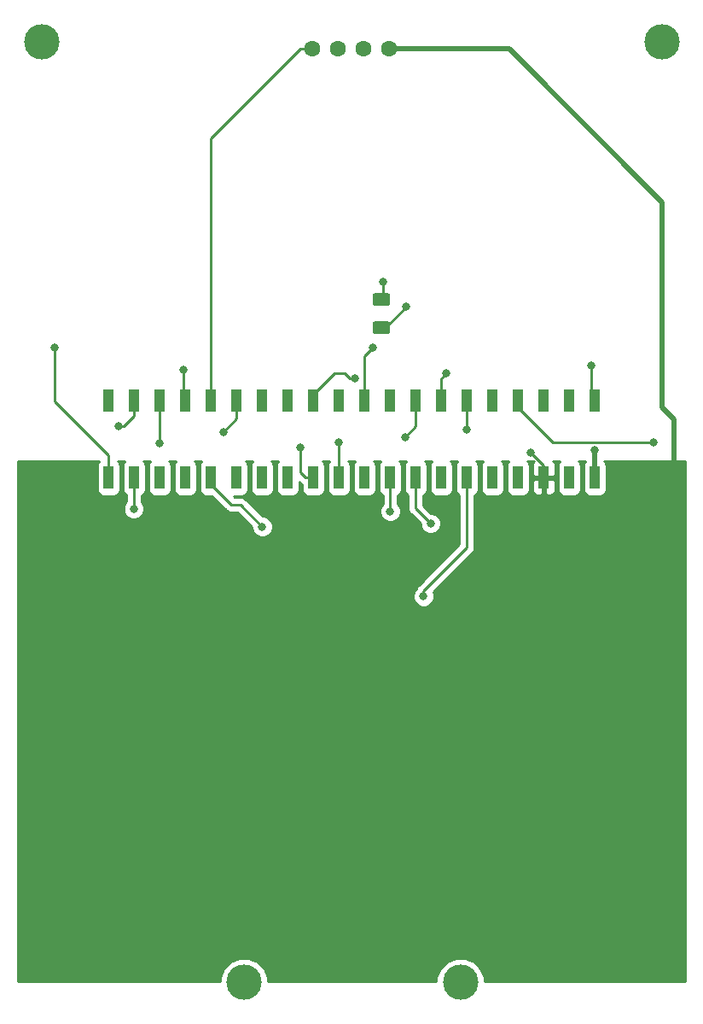
<source format=gbr>
G04 #@! TF.GenerationSoftware,KiCad,Pcbnew,5.0.2+dfsg1-1~bpo9+1*
G04 #@! TF.CreationDate,2019-01-24T11:26:08+00:00*
G04 #@! TF.ProjectId,zeroboy_new_front,7a65726f-626f-4795-9f6e-65775f66726f,rev?*
G04 #@! TF.SameCoordinates,Original*
G04 #@! TF.FileFunction,Copper,L2,Bot*
G04 #@! TF.FilePolarity,Positive*
%FSLAX46Y46*%
G04 Gerber Fmt 4.6, Leading zero omitted, Abs format (unit mm)*
G04 Created by KiCad (PCBNEW 5.0.2+dfsg1-1~bpo9+1) date Thu 24 Jan 2019 11:26:08 GMT*
%MOMM*%
%LPD*%
G01*
G04 APERTURE LIST*
G04 #@! TA.AperFunction,SMDPad,CuDef*
%ADD10R,1.000000X2.300000*%
G04 #@! TD*
G04 #@! TA.AperFunction,ComponentPad*
%ADD11C,3.500000*%
G04 #@! TD*
G04 #@! TA.AperFunction,Conductor*
%ADD12C,0.100000*%
G04 #@! TD*
G04 #@! TA.AperFunction,SMDPad,CuDef*
%ADD13C,1.250000*%
G04 #@! TD*
G04 #@! TA.AperFunction,ComponentPad*
%ADD14C,1.600000*%
G04 #@! TD*
G04 #@! TA.AperFunction,ViaPad*
%ADD15C,0.800000*%
G04 #@! TD*
G04 #@! TA.AperFunction,Conductor*
%ADD16C,0.250000*%
G04 #@! TD*
G04 #@! TA.AperFunction,Conductor*
%ADD17C,0.500000*%
G04 #@! TD*
G04 #@! TA.AperFunction,Conductor*
%ADD18C,0.254000*%
G04 #@! TD*
G04 APERTURE END LIST*
D10*
G04 #@! TO.P,J1,1*
G04 #@! TO.N,Net-(J1-Pad1)*
X170986500Y-82009000D03*
G04 #@! TO.P,J1,2*
G04 #@! TO.N,Net-(J1-Pad2)*
X170986500Y-89629000D03*
G04 #@! TO.P,J1,3*
G04 #@! TO.N,Net-(J1-Pad3)*
X168446500Y-82009000D03*
G04 #@! TO.P,J1,4*
G04 #@! TO.N,Net-(J1-Pad4)*
X168446500Y-89629000D03*
G04 #@! TO.P,J1,5*
G04 #@! TO.N,Net-(J1-Pad5)*
X165906500Y-82009000D03*
G04 #@! TO.P,J1,6*
G04 #@! TO.N,Net-(J1-Pad6)*
X165906500Y-89629000D03*
G04 #@! TO.P,J1,7*
G04 #@! TO.N,Net-(J1-Pad7)*
X163366500Y-82009000D03*
G04 #@! TO.P,J1,8*
G04 #@! TO.N,Net-(J1-Pad8)*
X163366500Y-89629000D03*
G04 #@! TO.P,J1,9*
G04 #@! TO.N,Net-(J1-Pad9)*
X160826500Y-82009000D03*
G04 #@! TO.P,J1,10*
G04 #@! TO.N,Net-(J1-Pad10)*
X160826500Y-89629000D03*
G04 #@! TO.P,J1,11*
G04 #@! TO.N,Net-(J1-Pad11)*
X158286500Y-82009000D03*
G04 #@! TO.P,J1,12*
G04 #@! TO.N,Net-(J1-Pad12)*
X158286500Y-89629000D03*
G04 #@! TO.P,J1,13*
G04 #@! TO.N,Net-(J1-Pad13)*
X155746500Y-82009000D03*
G04 #@! TO.P,J1,14*
G04 #@! TO.N,Net-(J1-Pad14)*
X155746500Y-89629000D03*
G04 #@! TO.P,J1,15*
G04 #@! TO.N,Net-(J1-Pad15)*
X153206500Y-82009000D03*
G04 #@! TO.P,J1,16*
G04 #@! TO.N,Net-(J1-Pad16)*
X153206500Y-89629000D03*
G04 #@! TO.P,J1,17*
G04 #@! TO.N,Net-(J1-Pad17)*
X150666500Y-82009000D03*
G04 #@! TO.P,J1,18*
G04 #@! TO.N,Net-(J1-Pad18)*
X150666500Y-89629000D03*
G04 #@! TO.P,J1,19*
G04 #@! TO.N,Net-(J1-Pad19)*
X148126500Y-82009000D03*
G04 #@! TO.P,J1,20*
G04 #@! TO.N,Net-(J1-Pad20)*
X148126500Y-89629000D03*
G04 #@! TO.P,J1,21*
G04 #@! TO.N,Net-(J1-Pad21)*
X145586500Y-82009000D03*
G04 #@! TO.P,J1,22*
G04 #@! TO.N,Net-(J1-Pad22)*
X145586500Y-89629000D03*
G04 #@! TO.P,J1,23*
G04 #@! TO.N,Net-(J1-Pad23)*
X143046500Y-82009000D03*
G04 #@! TO.P,J1,24*
G04 #@! TO.N,Net-(J1-Pad24)*
X143046500Y-89629000D03*
G04 #@! TO.P,J1,25*
G04 #@! TO.N,Net-(J1-Pad25)*
X140506500Y-82009000D03*
G04 #@! TO.P,J1,26*
G04 #@! TO.N,Net-(J1-Pad26)*
X140506500Y-89629000D03*
G04 #@! TO.P,J1,27*
G04 #@! TO.N,Net-(J1-Pad27)*
X137966500Y-82009000D03*
G04 #@! TO.P,J1,28*
G04 #@! TO.N,Net-(J1-Pad28)*
X137966500Y-89629000D03*
G04 #@! TO.P,J1,29*
G04 #@! TO.N,Net-(J1-Pad29)*
X135426500Y-82009000D03*
G04 #@! TO.P,J1,30*
G04 #@! TO.N,Net-(J1-Pad30)*
X135426500Y-89629000D03*
G04 #@! TO.P,J1,31*
G04 #@! TO.N,Net-(J1-Pad31)*
X132886500Y-82009000D03*
G04 #@! TO.P,J1,32*
G04 #@! TO.N,Net-(J1-Pad32)*
X132886500Y-89629000D03*
G04 #@! TO.P,J1,33*
G04 #@! TO.N,Net-(J1-Pad33)*
X130346500Y-82009000D03*
G04 #@! TO.P,J1,34*
G04 #@! TO.N,Net-(J1-Pad34)*
X130346500Y-89629000D03*
G04 #@! TO.P,J1,35*
G04 #@! TO.N,Net-(J1-Pad35)*
X127806500Y-82009000D03*
G04 #@! TO.P,J1,36*
G04 #@! TO.N,Net-(J1-Pad36)*
X127806500Y-89629000D03*
G04 #@! TO.P,J1,37*
G04 #@! TO.N,Net-(J1-Pad37)*
X125266500Y-82009000D03*
G04 #@! TO.P,J1,38*
G04 #@! TO.N,Net-(J1-Pad38)*
X125266500Y-89629000D03*
G04 #@! TO.P,J1,39*
G04 #@! TO.N,Net-(J1-Pad39)*
X122726500Y-82009000D03*
G04 #@! TO.P,J1,40*
G04 #@! TO.N,Net-(J1-Pad40)*
X122726500Y-89629000D03*
G04 #@! TD*
D11*
G04 #@! TO.P,U6,1*
G04 #@! TO.N,Net-(U6-Pad1)*
X157632400Y-139623800D03*
G04 #@! TD*
D12*
G04 #@! TO.N,Net-(R1-Pad1)*
G04 #@! TO.C,R1*
G36*
X150456004Y-71345204D02*
X150480273Y-71348804D01*
X150504071Y-71354765D01*
X150527171Y-71363030D01*
X150549349Y-71373520D01*
X150570393Y-71386133D01*
X150590098Y-71400747D01*
X150608277Y-71417223D01*
X150624753Y-71435402D01*
X150639367Y-71455107D01*
X150651980Y-71476151D01*
X150662470Y-71498329D01*
X150670735Y-71521429D01*
X150676696Y-71545227D01*
X150680296Y-71569496D01*
X150681500Y-71594000D01*
X150681500Y-72344000D01*
X150680296Y-72368504D01*
X150676696Y-72392773D01*
X150670735Y-72416571D01*
X150662470Y-72439671D01*
X150651980Y-72461849D01*
X150639367Y-72482893D01*
X150624753Y-72502598D01*
X150608277Y-72520777D01*
X150590098Y-72537253D01*
X150570393Y-72551867D01*
X150549349Y-72564480D01*
X150527171Y-72574970D01*
X150504071Y-72583235D01*
X150480273Y-72589196D01*
X150456004Y-72592796D01*
X150431500Y-72594000D01*
X149181500Y-72594000D01*
X149156996Y-72592796D01*
X149132727Y-72589196D01*
X149108929Y-72583235D01*
X149085829Y-72574970D01*
X149063651Y-72564480D01*
X149042607Y-72551867D01*
X149022902Y-72537253D01*
X149004723Y-72520777D01*
X148988247Y-72502598D01*
X148973633Y-72482893D01*
X148961020Y-72461849D01*
X148950530Y-72439671D01*
X148942265Y-72416571D01*
X148936304Y-72392773D01*
X148932704Y-72368504D01*
X148931500Y-72344000D01*
X148931500Y-71594000D01*
X148932704Y-71569496D01*
X148936304Y-71545227D01*
X148942265Y-71521429D01*
X148950530Y-71498329D01*
X148961020Y-71476151D01*
X148973633Y-71455107D01*
X148988247Y-71435402D01*
X149004723Y-71417223D01*
X149022902Y-71400747D01*
X149042607Y-71386133D01*
X149063651Y-71373520D01*
X149085829Y-71363030D01*
X149108929Y-71354765D01*
X149132727Y-71348804D01*
X149156996Y-71345204D01*
X149181500Y-71344000D01*
X150431500Y-71344000D01*
X150456004Y-71345204D01*
X150456004Y-71345204D01*
G37*
D13*
G04 #@! TD*
G04 #@! TO.P,R1,1*
G04 #@! TO.N,Net-(R1-Pad1)*
X149806500Y-71969000D03*
D12*
G04 #@! TO.N,Net-(J1-Pad6)*
G04 #@! TO.C,R1*
G36*
X150456004Y-74145204D02*
X150480273Y-74148804D01*
X150504071Y-74154765D01*
X150527171Y-74163030D01*
X150549349Y-74173520D01*
X150570393Y-74186133D01*
X150590098Y-74200747D01*
X150608277Y-74217223D01*
X150624753Y-74235402D01*
X150639367Y-74255107D01*
X150651980Y-74276151D01*
X150662470Y-74298329D01*
X150670735Y-74321429D01*
X150676696Y-74345227D01*
X150680296Y-74369496D01*
X150681500Y-74394000D01*
X150681500Y-75144000D01*
X150680296Y-75168504D01*
X150676696Y-75192773D01*
X150670735Y-75216571D01*
X150662470Y-75239671D01*
X150651980Y-75261849D01*
X150639367Y-75282893D01*
X150624753Y-75302598D01*
X150608277Y-75320777D01*
X150590098Y-75337253D01*
X150570393Y-75351867D01*
X150549349Y-75364480D01*
X150527171Y-75374970D01*
X150504071Y-75383235D01*
X150480273Y-75389196D01*
X150456004Y-75392796D01*
X150431500Y-75394000D01*
X149181500Y-75394000D01*
X149156996Y-75392796D01*
X149132727Y-75389196D01*
X149108929Y-75383235D01*
X149085829Y-75374970D01*
X149063651Y-75364480D01*
X149042607Y-75351867D01*
X149022902Y-75337253D01*
X149004723Y-75320777D01*
X148988247Y-75302598D01*
X148973633Y-75282893D01*
X148961020Y-75261849D01*
X148950530Y-75239671D01*
X148942265Y-75216571D01*
X148936304Y-75192773D01*
X148932704Y-75168504D01*
X148931500Y-75144000D01*
X148931500Y-74394000D01*
X148932704Y-74369496D01*
X148936304Y-74345227D01*
X148942265Y-74321429D01*
X148950530Y-74298329D01*
X148961020Y-74276151D01*
X148973633Y-74255107D01*
X148988247Y-74235402D01*
X149004723Y-74217223D01*
X149022902Y-74200747D01*
X149042607Y-74186133D01*
X149063651Y-74173520D01*
X149085829Y-74163030D01*
X149108929Y-74154765D01*
X149132727Y-74148804D01*
X149156996Y-74145204D01*
X149181500Y-74144000D01*
X150431500Y-74144000D01*
X150456004Y-74145204D01*
X150456004Y-74145204D01*
G37*
D13*
G04 #@! TD*
G04 #@! TO.P,R1,2*
G04 #@! TO.N,Net-(J1-Pad6)*
X149806500Y-74769000D03*
D14*
G04 #@! TO.P,U2,1*
G04 #@! TO.N,Net-(J1-Pad31)*
X142900400Y-47142400D03*
G04 #@! TO.P,U2,2*
G04 #@! TO.N,Net-(J1-Pad40)*
X145440400Y-47142400D03*
G04 #@! TO.P,U2,3*
G04 #@! TO.N,Net-(J1-Pad2)*
X147980400Y-47142400D03*
G04 #@! TO.P,U2,4*
G04 #@! TO.N,Net-(J1-Pad6)*
X150520400Y-47142400D03*
G04 #@! TD*
D11*
G04 #@! TO.P,U3,1*
G04 #@! TO.N,Net-(U3-Pad1)*
X177673000Y-46418500D03*
G04 #@! TD*
G04 #@! TO.P,U5,1*
G04 #@! TO.N,Net-(U5-Pad1)*
X116078000Y-46418500D03*
G04 #@! TD*
G04 #@! TO.P,U4,1*
G04 #@! TO.N,Net-(U4-Pad1)*
X136144000Y-139623800D03*
G04 #@! TD*
D15*
G04 #@! TO.N,Net-(J1-Pad1)*
X170624500Y-78486000D03*
G04 #@! TO.N,Net-(J1-Pad2)*
X170942000Y-86868000D03*
G04 #@! TO.N,Net-(J1-Pad7)*
X176784000Y-86106000D03*
G04 #@! TO.N,Net-(J1-Pad11)*
X158305500Y-84899500D03*
G04 #@! TO.N,Net-(J1-Pad12)*
X153987500Y-101409500D03*
G04 #@! TO.N,Net-(J1-Pad13)*
X156273500Y-79311500D03*
G04 #@! TO.N,Net-(J1-Pad15)*
X152146000Y-85598000D03*
G04 #@! TO.N,Net-(J1-Pad16)*
X154686000Y-94170500D03*
G04 #@! TO.N,Net-(J1-Pad18)*
X150685500Y-92964000D03*
G04 #@! TO.N,Net-(J1-Pad19)*
X148971000Y-76708000D03*
G04 #@! TO.N,Net-(J1-Pad22)*
X145605500Y-86169500D03*
G04 #@! TO.N,Net-(J1-Pad23)*
X147193000Y-79756000D03*
G04 #@! TO.N,Net-(J1-Pad24)*
X141732000Y-86614000D03*
G04 #@! TO.N,Net-(J1-Pad29)*
X134112000Y-85090000D03*
G04 #@! TO.N,Net-(J1-Pad32)*
X137985500Y-94488000D03*
G04 #@! TO.N,Net-(J1-Pad33)*
X130175000Y-78930500D03*
G04 #@! TO.N,Net-(J1-Pad35)*
X127825500Y-86233000D03*
G04 #@! TO.N,Net-(J1-Pad37)*
X123698000Y-84518500D03*
G04 #@! TO.N,Net-(J1-Pad38)*
X125222000Y-92710000D03*
G04 #@! TO.N,Net-(J1-Pad40)*
X117348000Y-76708000D03*
G04 #@! TO.N,Net-(R1-Pad1)*
X150006500Y-70219000D03*
G04 #@! TO.N,Net-(J1-Pad6)*
X152273000Y-72707500D03*
X164592000Y-87122000D03*
X160274000Y-127508000D03*
X136652000Y-125730000D03*
X149860000Y-125222000D03*
X124968000Y-112014000D03*
X128270000Y-107950000D03*
X119126000Y-107696000D03*
X124206000Y-98298000D03*
X133604000Y-128016000D03*
X162814000Y-112522000D03*
X167894000Y-107696000D03*
X155448000Y-105410000D03*
X162560000Y-98552000D03*
G04 #@! TD*
D16*
G04 #@! TO.N,Net-(J1-Pad1)*
X170624500Y-81647000D02*
X170986500Y-82009000D01*
X170624500Y-78486000D02*
X170624500Y-81647000D01*
D17*
G04 #@! TO.N,Net-(J1-Pad2)*
X170942000Y-89584500D02*
X170986500Y-89629000D01*
X170942000Y-86868000D02*
X170942000Y-89584500D01*
D16*
G04 #@! TO.N,Net-(J1-Pad7)*
X163366500Y-82659000D02*
X163366500Y-82009000D01*
X166813500Y-86106000D02*
X163366500Y-82659000D01*
X176784000Y-86106000D02*
X166813500Y-86106000D01*
G04 #@! TO.N,Net-(J1-Pad11)*
X158305500Y-82028000D02*
X158286500Y-82009000D01*
X158305500Y-84899500D02*
X158305500Y-82028000D01*
G04 #@! TO.N,Net-(J1-Pad12)*
X158286500Y-91029000D02*
X158286500Y-89629000D01*
X158286500Y-96544815D02*
X158286500Y-91029000D01*
X153987500Y-100843815D02*
X158286500Y-96544815D01*
X153987500Y-101409500D02*
X153987500Y-100843815D01*
G04 #@! TO.N,Net-(J1-Pad13)*
X155746500Y-79838500D02*
X155746500Y-82009000D01*
X156273500Y-79311500D02*
X155746500Y-79838500D01*
G04 #@! TO.N,Net-(J1-Pad15)*
X153206500Y-84537500D02*
X153206500Y-82009000D01*
X152146000Y-85598000D02*
X153206500Y-84537500D01*
G04 #@! TO.N,Net-(J1-Pad16)*
X153206500Y-92691000D02*
X153206500Y-89629000D01*
X154686000Y-94170500D02*
X153206500Y-92691000D01*
G04 #@! TO.N,Net-(J1-Pad18)*
X150685500Y-92964000D02*
X150685500Y-90805000D01*
X150666500Y-90786000D02*
X150666500Y-89629000D01*
X150685500Y-90805000D02*
X150666500Y-90786000D01*
G04 #@! TO.N,Net-(J1-Pad19)*
X148126500Y-77552500D02*
X148126500Y-82009000D01*
X148971000Y-76708000D02*
X148126500Y-77552500D01*
G04 #@! TO.N,Net-(J1-Pad22)*
X145605500Y-89610000D02*
X145586500Y-89629000D01*
X145605500Y-86169500D02*
X145605500Y-89610000D01*
G04 #@! TO.N,Net-(J1-Pad23)*
X146627315Y-79756000D02*
X146119315Y-79248000D01*
X147193000Y-79756000D02*
X146627315Y-79756000D01*
X143046500Y-81359000D02*
X143046500Y-82009000D01*
X145157500Y-79248000D02*
X143046500Y-81359000D01*
X146119315Y-79248000D02*
X145157500Y-79248000D01*
G04 #@! TO.N,Net-(J1-Pad24)*
X141732000Y-89064500D02*
X142296500Y-89629000D01*
X142296500Y-89629000D02*
X143046500Y-89629000D01*
X141732000Y-86614000D02*
X141732000Y-89064500D01*
G04 #@! TO.N,Net-(J1-Pad29)*
X135426500Y-83775500D02*
X135426500Y-82009000D01*
X134112000Y-85090000D02*
X135426500Y-83775500D01*
G04 #@! TO.N,Net-(J1-Pad31)*
X132886500Y-80609000D02*
X132886500Y-82009000D01*
X141769030Y-47142400D02*
X132886500Y-56024930D01*
X132886500Y-56024930D02*
X132886500Y-80609000D01*
X142900400Y-47142400D02*
X141769030Y-47142400D01*
G04 #@! TO.N,Net-(J1-Pad32)*
X137985500Y-94488000D02*
X135826500Y-92329000D01*
X132886500Y-90279000D02*
X132886500Y-89629000D01*
X134936500Y-92329000D02*
X132886500Y-90279000D01*
X135826500Y-92329000D02*
X134936500Y-92329000D01*
G04 #@! TO.N,Net-(J1-Pad33)*
X130175000Y-78930500D02*
X130175000Y-82105500D01*
G04 #@! TO.N,Net-(J1-Pad35)*
X127825500Y-82028000D02*
X127806500Y-82009000D01*
X127825500Y-86233000D02*
X127825500Y-82028000D01*
G04 #@! TO.N,Net-(J1-Pad37)*
X125266500Y-83409000D02*
X125266500Y-82009000D01*
X125266500Y-83515685D02*
X125266500Y-83409000D01*
X124263685Y-84518500D02*
X125266500Y-83515685D01*
X123698000Y-84518500D02*
X124263685Y-84518500D01*
G04 #@! TO.N,Net-(J1-Pad38)*
X125222000Y-89673500D02*
X125266500Y-89629000D01*
X125222000Y-92710000D02*
X125222000Y-89673500D01*
G04 #@! TO.N,Net-(J1-Pad40)*
X117348000Y-76708000D02*
X117348000Y-82042000D01*
X122726500Y-87420500D02*
X122726500Y-89629000D01*
X117348000Y-82042000D02*
X122726500Y-87420500D01*
G04 #@! TO.N,Net-(R1-Pad1)*
X150006500Y-71769000D02*
X149806500Y-71969000D01*
X150006500Y-70219000D02*
X150006500Y-71769000D01*
G04 #@! TO.N,Net-(J1-Pad6)*
X150211500Y-74769000D02*
X149806500Y-74769000D01*
X152273000Y-72707500D02*
X150211500Y-74769000D01*
X165906500Y-88436500D02*
X165906500Y-89629000D01*
X164592000Y-87122000D02*
X165906500Y-88436500D01*
D17*
X150520400Y-47142400D02*
X162458400Y-47142400D01*
X177634001Y-62318001D02*
X177634001Y-82638001D01*
X162458400Y-47142400D02*
X177634001Y-62318001D01*
X177634001Y-82638001D02*
X178816000Y-83820000D01*
X178816000Y-83820000D02*
X178816000Y-88646000D01*
G04 #@! TD*
D18*
G04 #@! TO.N,Net-(J1-Pad6)*
G36*
X121768691Y-88021191D02*
X121628343Y-88231235D01*
X121579060Y-88479000D01*
X121579060Y-90779000D01*
X121628343Y-91026765D01*
X121768691Y-91236809D01*
X121978735Y-91377157D01*
X122226500Y-91426440D01*
X123226500Y-91426440D01*
X123474265Y-91377157D01*
X123684309Y-91236809D01*
X123824657Y-91026765D01*
X123873940Y-90779000D01*
X123873940Y-88479000D01*
X123824657Y-88231235D01*
X123684309Y-88021191D01*
X123669057Y-88011000D01*
X124323943Y-88011000D01*
X124308691Y-88021191D01*
X124168343Y-88231235D01*
X124119060Y-88479000D01*
X124119060Y-90779000D01*
X124168343Y-91026765D01*
X124308691Y-91236809D01*
X124462000Y-91339248D01*
X124462000Y-92006289D01*
X124344569Y-92123720D01*
X124187000Y-92504126D01*
X124187000Y-92915874D01*
X124344569Y-93296280D01*
X124635720Y-93587431D01*
X125016126Y-93745000D01*
X125427874Y-93745000D01*
X125808280Y-93587431D01*
X126099431Y-93296280D01*
X126257000Y-92915874D01*
X126257000Y-92504126D01*
X126099431Y-92123720D01*
X125982000Y-92006289D01*
X125982000Y-91383575D01*
X126014265Y-91377157D01*
X126224309Y-91236809D01*
X126364657Y-91026765D01*
X126413940Y-90779000D01*
X126413940Y-88479000D01*
X126364657Y-88231235D01*
X126224309Y-88021191D01*
X126209057Y-88011000D01*
X126863943Y-88011000D01*
X126848691Y-88021191D01*
X126708343Y-88231235D01*
X126659060Y-88479000D01*
X126659060Y-90779000D01*
X126708343Y-91026765D01*
X126848691Y-91236809D01*
X127058735Y-91377157D01*
X127306500Y-91426440D01*
X128306500Y-91426440D01*
X128554265Y-91377157D01*
X128764309Y-91236809D01*
X128904657Y-91026765D01*
X128953940Y-90779000D01*
X128953940Y-88479000D01*
X128904657Y-88231235D01*
X128764309Y-88021191D01*
X128749057Y-88011000D01*
X129403943Y-88011000D01*
X129388691Y-88021191D01*
X129248343Y-88231235D01*
X129199060Y-88479000D01*
X129199060Y-90779000D01*
X129248343Y-91026765D01*
X129388691Y-91236809D01*
X129598735Y-91377157D01*
X129846500Y-91426440D01*
X130846500Y-91426440D01*
X131094265Y-91377157D01*
X131304309Y-91236809D01*
X131444657Y-91026765D01*
X131493940Y-90779000D01*
X131493940Y-88479000D01*
X131444657Y-88231235D01*
X131304309Y-88021191D01*
X131289057Y-88011000D01*
X131943943Y-88011000D01*
X131928691Y-88021191D01*
X131788343Y-88231235D01*
X131739060Y-88479000D01*
X131739060Y-90779000D01*
X131788343Y-91026765D01*
X131928691Y-91236809D01*
X132138735Y-91377157D01*
X132386500Y-91426440D01*
X132959139Y-91426440D01*
X134346170Y-92813472D01*
X134388571Y-92876929D01*
X134452027Y-92919329D01*
X134639962Y-93044904D01*
X134688105Y-93054480D01*
X134861648Y-93089000D01*
X134861652Y-93089000D01*
X134936500Y-93103888D01*
X135011348Y-93089000D01*
X135511699Y-93089000D01*
X136950500Y-94527802D01*
X136950500Y-94693874D01*
X137108069Y-95074280D01*
X137399220Y-95365431D01*
X137779626Y-95523000D01*
X138191374Y-95523000D01*
X138571780Y-95365431D01*
X138862931Y-95074280D01*
X139020500Y-94693874D01*
X139020500Y-94282126D01*
X138862931Y-93901720D01*
X138571780Y-93610569D01*
X138191374Y-93453000D01*
X138025302Y-93453000D01*
X136416831Y-91844530D01*
X136374429Y-91781071D01*
X136123037Y-91613096D01*
X135901352Y-91569000D01*
X135901347Y-91569000D01*
X135826500Y-91554112D01*
X135751653Y-91569000D01*
X135251302Y-91569000D01*
X135108742Y-91426440D01*
X135926500Y-91426440D01*
X136174265Y-91377157D01*
X136384309Y-91236809D01*
X136524657Y-91026765D01*
X136573940Y-90779000D01*
X136573940Y-88479000D01*
X136524657Y-88231235D01*
X136384309Y-88021191D01*
X136369057Y-88011000D01*
X137023943Y-88011000D01*
X137008691Y-88021191D01*
X136868343Y-88231235D01*
X136819060Y-88479000D01*
X136819060Y-90779000D01*
X136868343Y-91026765D01*
X137008691Y-91236809D01*
X137218735Y-91377157D01*
X137466500Y-91426440D01*
X138466500Y-91426440D01*
X138714265Y-91377157D01*
X138924309Y-91236809D01*
X139064657Y-91026765D01*
X139113940Y-90779000D01*
X139113940Y-88479000D01*
X139064657Y-88231235D01*
X138924309Y-88021191D01*
X138909057Y-88011000D01*
X139563943Y-88011000D01*
X139548691Y-88021191D01*
X139408343Y-88231235D01*
X139359060Y-88479000D01*
X139359060Y-90779000D01*
X139408343Y-91026765D01*
X139548691Y-91236809D01*
X139758735Y-91377157D01*
X140006500Y-91426440D01*
X141006500Y-91426440D01*
X141254265Y-91377157D01*
X141464309Y-91236809D01*
X141604657Y-91026765D01*
X141653940Y-90779000D01*
X141653940Y-90061242D01*
X141706170Y-90113472D01*
X141748571Y-90176929D01*
X141899060Y-90277483D01*
X141899060Y-90779000D01*
X141948343Y-91026765D01*
X142088691Y-91236809D01*
X142298735Y-91377157D01*
X142546500Y-91426440D01*
X143546500Y-91426440D01*
X143794265Y-91377157D01*
X144004309Y-91236809D01*
X144144657Y-91026765D01*
X144193940Y-90779000D01*
X144193940Y-88479000D01*
X144144657Y-88231235D01*
X144004309Y-88021191D01*
X143989057Y-88011000D01*
X144643943Y-88011000D01*
X144628691Y-88021191D01*
X144488343Y-88231235D01*
X144439060Y-88479000D01*
X144439060Y-90779000D01*
X144488343Y-91026765D01*
X144628691Y-91236809D01*
X144838735Y-91377157D01*
X145086500Y-91426440D01*
X146086500Y-91426440D01*
X146334265Y-91377157D01*
X146544309Y-91236809D01*
X146684657Y-91026765D01*
X146733940Y-90779000D01*
X146733940Y-88479000D01*
X146684657Y-88231235D01*
X146544309Y-88021191D01*
X146529057Y-88011000D01*
X147183943Y-88011000D01*
X147168691Y-88021191D01*
X147028343Y-88231235D01*
X146979060Y-88479000D01*
X146979060Y-90779000D01*
X147028343Y-91026765D01*
X147168691Y-91236809D01*
X147378735Y-91377157D01*
X147626500Y-91426440D01*
X148626500Y-91426440D01*
X148874265Y-91377157D01*
X149084309Y-91236809D01*
X149224657Y-91026765D01*
X149273940Y-90779000D01*
X149273940Y-88479000D01*
X149224657Y-88231235D01*
X149084309Y-88021191D01*
X149069057Y-88011000D01*
X149723943Y-88011000D01*
X149708691Y-88021191D01*
X149568343Y-88231235D01*
X149519060Y-88479000D01*
X149519060Y-90779000D01*
X149568343Y-91026765D01*
X149708691Y-91236809D01*
X149918735Y-91377157D01*
X149925501Y-91378503D01*
X149925500Y-92260289D01*
X149808069Y-92377720D01*
X149650500Y-92758126D01*
X149650500Y-93169874D01*
X149808069Y-93550280D01*
X150099220Y-93841431D01*
X150479626Y-93999000D01*
X150891374Y-93999000D01*
X151271780Y-93841431D01*
X151562931Y-93550280D01*
X151720500Y-93169874D01*
X151720500Y-92758126D01*
X151562931Y-92377720D01*
X151445500Y-92260289D01*
X151445500Y-91356286D01*
X151624309Y-91236809D01*
X151764657Y-91026765D01*
X151813940Y-90779000D01*
X151813940Y-88479000D01*
X151764657Y-88231235D01*
X151624309Y-88021191D01*
X151609057Y-88011000D01*
X152263943Y-88011000D01*
X152248691Y-88021191D01*
X152108343Y-88231235D01*
X152059060Y-88479000D01*
X152059060Y-90779000D01*
X152108343Y-91026765D01*
X152248691Y-91236809D01*
X152446500Y-91368982D01*
X152446500Y-92616153D01*
X152431612Y-92691000D01*
X152446500Y-92765847D01*
X152446500Y-92765851D01*
X152490596Y-92987536D01*
X152658571Y-93238929D01*
X152722030Y-93281331D01*
X153651000Y-94210302D01*
X153651000Y-94376374D01*
X153808569Y-94756780D01*
X154099720Y-95047931D01*
X154480126Y-95205500D01*
X154891874Y-95205500D01*
X155272280Y-95047931D01*
X155563431Y-94756780D01*
X155721000Y-94376374D01*
X155721000Y-93964626D01*
X155563431Y-93584220D01*
X155272280Y-93293069D01*
X154891874Y-93135500D01*
X154725802Y-93135500D01*
X153966500Y-92376199D01*
X153966500Y-91368982D01*
X154164309Y-91236809D01*
X154304657Y-91026765D01*
X154353940Y-90779000D01*
X154353940Y-88479000D01*
X154304657Y-88231235D01*
X154164309Y-88021191D01*
X154149057Y-88011000D01*
X154803943Y-88011000D01*
X154788691Y-88021191D01*
X154648343Y-88231235D01*
X154599060Y-88479000D01*
X154599060Y-90779000D01*
X154648343Y-91026765D01*
X154788691Y-91236809D01*
X154998735Y-91377157D01*
X155246500Y-91426440D01*
X156246500Y-91426440D01*
X156494265Y-91377157D01*
X156704309Y-91236809D01*
X156844657Y-91026765D01*
X156893940Y-90779000D01*
X156893940Y-88479000D01*
X156844657Y-88231235D01*
X156704309Y-88021191D01*
X156689057Y-88011000D01*
X157343943Y-88011000D01*
X157328691Y-88021191D01*
X157188343Y-88231235D01*
X157139060Y-88479000D01*
X157139060Y-90779000D01*
X157188343Y-91026765D01*
X157328691Y-91236809D01*
X157526501Y-91368982D01*
X157526500Y-96230013D01*
X153503028Y-100253486D01*
X153439572Y-100295886D01*
X153271596Y-100547278D01*
X153243186Y-100690103D01*
X153110069Y-100823220D01*
X152952500Y-101203626D01*
X152952500Y-101615374D01*
X153110069Y-101995780D01*
X153401220Y-102286931D01*
X153781626Y-102444500D01*
X154193374Y-102444500D01*
X154573780Y-102286931D01*
X154864931Y-101995780D01*
X155022500Y-101615374D01*
X155022500Y-101203626D01*
X154928771Y-100977345D01*
X158770973Y-97135144D01*
X158834429Y-97092744D01*
X159002404Y-96841352D01*
X159046500Y-96619667D01*
X159046500Y-96619663D01*
X159061388Y-96544816D01*
X159046500Y-96469969D01*
X159046500Y-91368982D01*
X159244309Y-91236809D01*
X159384657Y-91026765D01*
X159433940Y-90779000D01*
X159433940Y-88479000D01*
X159384657Y-88231235D01*
X159244309Y-88021191D01*
X159229057Y-88011000D01*
X159883943Y-88011000D01*
X159868691Y-88021191D01*
X159728343Y-88231235D01*
X159679060Y-88479000D01*
X159679060Y-90779000D01*
X159728343Y-91026765D01*
X159868691Y-91236809D01*
X160078735Y-91377157D01*
X160326500Y-91426440D01*
X161326500Y-91426440D01*
X161574265Y-91377157D01*
X161784309Y-91236809D01*
X161924657Y-91026765D01*
X161973940Y-90779000D01*
X161973940Y-88479000D01*
X161924657Y-88231235D01*
X161784309Y-88021191D01*
X161769057Y-88011000D01*
X162423943Y-88011000D01*
X162408691Y-88021191D01*
X162268343Y-88231235D01*
X162219060Y-88479000D01*
X162219060Y-90779000D01*
X162268343Y-91026765D01*
X162408691Y-91236809D01*
X162618735Y-91377157D01*
X162866500Y-91426440D01*
X163866500Y-91426440D01*
X164114265Y-91377157D01*
X164324309Y-91236809D01*
X164464657Y-91026765D01*
X164513940Y-90779000D01*
X164513940Y-89914750D01*
X164771500Y-89914750D01*
X164771500Y-90905310D01*
X164868173Y-91138699D01*
X165046802Y-91317327D01*
X165280191Y-91414000D01*
X165620750Y-91414000D01*
X165779500Y-91255250D01*
X165779500Y-89756000D01*
X166033500Y-89756000D01*
X166033500Y-91255250D01*
X166192250Y-91414000D01*
X166532809Y-91414000D01*
X166766198Y-91317327D01*
X166944827Y-91138699D01*
X167041500Y-90905310D01*
X167041500Y-89914750D01*
X166882750Y-89756000D01*
X166033500Y-89756000D01*
X165779500Y-89756000D01*
X164930250Y-89756000D01*
X164771500Y-89914750D01*
X164513940Y-89914750D01*
X164513940Y-88479000D01*
X164464657Y-88231235D01*
X164324309Y-88021191D01*
X164309057Y-88011000D01*
X164976475Y-88011000D01*
X164868173Y-88119301D01*
X164771500Y-88352690D01*
X164771500Y-89343250D01*
X164930250Y-89502000D01*
X165779500Y-89502000D01*
X165779500Y-89482000D01*
X166033500Y-89482000D01*
X166033500Y-89502000D01*
X166882750Y-89502000D01*
X167041500Y-89343250D01*
X167041500Y-88352690D01*
X166944827Y-88119301D01*
X166836525Y-88011000D01*
X167503943Y-88011000D01*
X167488691Y-88021191D01*
X167348343Y-88231235D01*
X167299060Y-88479000D01*
X167299060Y-90779000D01*
X167348343Y-91026765D01*
X167488691Y-91236809D01*
X167698735Y-91377157D01*
X167946500Y-91426440D01*
X168946500Y-91426440D01*
X169194265Y-91377157D01*
X169404309Y-91236809D01*
X169544657Y-91026765D01*
X169593940Y-90779000D01*
X169593940Y-88479000D01*
X169544657Y-88231235D01*
X169404309Y-88021191D01*
X169389057Y-88011000D01*
X170043942Y-88011000D01*
X170028691Y-88021191D01*
X169888343Y-88231235D01*
X169839060Y-88479000D01*
X169839060Y-90779000D01*
X169888343Y-91026765D01*
X170028691Y-91236809D01*
X170238735Y-91377157D01*
X170486500Y-91426440D01*
X171486500Y-91426440D01*
X171734265Y-91377157D01*
X171944309Y-91236809D01*
X172084657Y-91026765D01*
X172133940Y-90779000D01*
X172133940Y-88479000D01*
X172084657Y-88231235D01*
X171944309Y-88021191D01*
X171929057Y-88011000D01*
X179959000Y-88011000D01*
X179959000Y-139573000D01*
X160017400Y-139573000D01*
X160017400Y-139149394D01*
X159654305Y-138272806D01*
X158983394Y-137601895D01*
X158106806Y-137238800D01*
X157157994Y-137238800D01*
X156281406Y-137601895D01*
X155610495Y-138272806D01*
X155247400Y-139149394D01*
X155247400Y-139573000D01*
X138529000Y-139573000D01*
X138529000Y-139149394D01*
X138165905Y-138272806D01*
X137494994Y-137601895D01*
X136618406Y-137238800D01*
X135669594Y-137238800D01*
X134793006Y-137601895D01*
X134122095Y-138272806D01*
X133759000Y-139149394D01*
X133759000Y-139573000D01*
X113740000Y-139573000D01*
X113740000Y-88011000D01*
X121783943Y-88011000D01*
X121768691Y-88021191D01*
X121768691Y-88021191D01*
G37*
X121768691Y-88021191D02*
X121628343Y-88231235D01*
X121579060Y-88479000D01*
X121579060Y-90779000D01*
X121628343Y-91026765D01*
X121768691Y-91236809D01*
X121978735Y-91377157D01*
X122226500Y-91426440D01*
X123226500Y-91426440D01*
X123474265Y-91377157D01*
X123684309Y-91236809D01*
X123824657Y-91026765D01*
X123873940Y-90779000D01*
X123873940Y-88479000D01*
X123824657Y-88231235D01*
X123684309Y-88021191D01*
X123669057Y-88011000D01*
X124323943Y-88011000D01*
X124308691Y-88021191D01*
X124168343Y-88231235D01*
X124119060Y-88479000D01*
X124119060Y-90779000D01*
X124168343Y-91026765D01*
X124308691Y-91236809D01*
X124462000Y-91339248D01*
X124462000Y-92006289D01*
X124344569Y-92123720D01*
X124187000Y-92504126D01*
X124187000Y-92915874D01*
X124344569Y-93296280D01*
X124635720Y-93587431D01*
X125016126Y-93745000D01*
X125427874Y-93745000D01*
X125808280Y-93587431D01*
X126099431Y-93296280D01*
X126257000Y-92915874D01*
X126257000Y-92504126D01*
X126099431Y-92123720D01*
X125982000Y-92006289D01*
X125982000Y-91383575D01*
X126014265Y-91377157D01*
X126224309Y-91236809D01*
X126364657Y-91026765D01*
X126413940Y-90779000D01*
X126413940Y-88479000D01*
X126364657Y-88231235D01*
X126224309Y-88021191D01*
X126209057Y-88011000D01*
X126863943Y-88011000D01*
X126848691Y-88021191D01*
X126708343Y-88231235D01*
X126659060Y-88479000D01*
X126659060Y-90779000D01*
X126708343Y-91026765D01*
X126848691Y-91236809D01*
X127058735Y-91377157D01*
X127306500Y-91426440D01*
X128306500Y-91426440D01*
X128554265Y-91377157D01*
X128764309Y-91236809D01*
X128904657Y-91026765D01*
X128953940Y-90779000D01*
X128953940Y-88479000D01*
X128904657Y-88231235D01*
X128764309Y-88021191D01*
X128749057Y-88011000D01*
X129403943Y-88011000D01*
X129388691Y-88021191D01*
X129248343Y-88231235D01*
X129199060Y-88479000D01*
X129199060Y-90779000D01*
X129248343Y-91026765D01*
X129388691Y-91236809D01*
X129598735Y-91377157D01*
X129846500Y-91426440D01*
X130846500Y-91426440D01*
X131094265Y-91377157D01*
X131304309Y-91236809D01*
X131444657Y-91026765D01*
X131493940Y-90779000D01*
X131493940Y-88479000D01*
X131444657Y-88231235D01*
X131304309Y-88021191D01*
X131289057Y-88011000D01*
X131943943Y-88011000D01*
X131928691Y-88021191D01*
X131788343Y-88231235D01*
X131739060Y-88479000D01*
X131739060Y-90779000D01*
X131788343Y-91026765D01*
X131928691Y-91236809D01*
X132138735Y-91377157D01*
X132386500Y-91426440D01*
X132959139Y-91426440D01*
X134346170Y-92813472D01*
X134388571Y-92876929D01*
X134452027Y-92919329D01*
X134639962Y-93044904D01*
X134688105Y-93054480D01*
X134861648Y-93089000D01*
X134861652Y-93089000D01*
X134936500Y-93103888D01*
X135011348Y-93089000D01*
X135511699Y-93089000D01*
X136950500Y-94527802D01*
X136950500Y-94693874D01*
X137108069Y-95074280D01*
X137399220Y-95365431D01*
X137779626Y-95523000D01*
X138191374Y-95523000D01*
X138571780Y-95365431D01*
X138862931Y-95074280D01*
X139020500Y-94693874D01*
X139020500Y-94282126D01*
X138862931Y-93901720D01*
X138571780Y-93610569D01*
X138191374Y-93453000D01*
X138025302Y-93453000D01*
X136416831Y-91844530D01*
X136374429Y-91781071D01*
X136123037Y-91613096D01*
X135901352Y-91569000D01*
X135901347Y-91569000D01*
X135826500Y-91554112D01*
X135751653Y-91569000D01*
X135251302Y-91569000D01*
X135108742Y-91426440D01*
X135926500Y-91426440D01*
X136174265Y-91377157D01*
X136384309Y-91236809D01*
X136524657Y-91026765D01*
X136573940Y-90779000D01*
X136573940Y-88479000D01*
X136524657Y-88231235D01*
X136384309Y-88021191D01*
X136369057Y-88011000D01*
X137023943Y-88011000D01*
X137008691Y-88021191D01*
X136868343Y-88231235D01*
X136819060Y-88479000D01*
X136819060Y-90779000D01*
X136868343Y-91026765D01*
X137008691Y-91236809D01*
X137218735Y-91377157D01*
X137466500Y-91426440D01*
X138466500Y-91426440D01*
X138714265Y-91377157D01*
X138924309Y-91236809D01*
X139064657Y-91026765D01*
X139113940Y-90779000D01*
X139113940Y-88479000D01*
X139064657Y-88231235D01*
X138924309Y-88021191D01*
X138909057Y-88011000D01*
X139563943Y-88011000D01*
X139548691Y-88021191D01*
X139408343Y-88231235D01*
X139359060Y-88479000D01*
X139359060Y-90779000D01*
X139408343Y-91026765D01*
X139548691Y-91236809D01*
X139758735Y-91377157D01*
X140006500Y-91426440D01*
X141006500Y-91426440D01*
X141254265Y-91377157D01*
X141464309Y-91236809D01*
X141604657Y-91026765D01*
X141653940Y-90779000D01*
X141653940Y-90061242D01*
X141706170Y-90113472D01*
X141748571Y-90176929D01*
X141899060Y-90277483D01*
X141899060Y-90779000D01*
X141948343Y-91026765D01*
X142088691Y-91236809D01*
X142298735Y-91377157D01*
X142546500Y-91426440D01*
X143546500Y-91426440D01*
X143794265Y-91377157D01*
X144004309Y-91236809D01*
X144144657Y-91026765D01*
X144193940Y-90779000D01*
X144193940Y-88479000D01*
X144144657Y-88231235D01*
X144004309Y-88021191D01*
X143989057Y-88011000D01*
X144643943Y-88011000D01*
X144628691Y-88021191D01*
X144488343Y-88231235D01*
X144439060Y-88479000D01*
X144439060Y-90779000D01*
X144488343Y-91026765D01*
X144628691Y-91236809D01*
X144838735Y-91377157D01*
X145086500Y-91426440D01*
X146086500Y-91426440D01*
X146334265Y-91377157D01*
X146544309Y-91236809D01*
X146684657Y-91026765D01*
X146733940Y-90779000D01*
X146733940Y-88479000D01*
X146684657Y-88231235D01*
X146544309Y-88021191D01*
X146529057Y-88011000D01*
X147183943Y-88011000D01*
X147168691Y-88021191D01*
X147028343Y-88231235D01*
X146979060Y-88479000D01*
X146979060Y-90779000D01*
X147028343Y-91026765D01*
X147168691Y-91236809D01*
X147378735Y-91377157D01*
X147626500Y-91426440D01*
X148626500Y-91426440D01*
X148874265Y-91377157D01*
X149084309Y-91236809D01*
X149224657Y-91026765D01*
X149273940Y-90779000D01*
X149273940Y-88479000D01*
X149224657Y-88231235D01*
X149084309Y-88021191D01*
X149069057Y-88011000D01*
X149723943Y-88011000D01*
X149708691Y-88021191D01*
X149568343Y-88231235D01*
X149519060Y-88479000D01*
X149519060Y-90779000D01*
X149568343Y-91026765D01*
X149708691Y-91236809D01*
X149918735Y-91377157D01*
X149925501Y-91378503D01*
X149925500Y-92260289D01*
X149808069Y-92377720D01*
X149650500Y-92758126D01*
X149650500Y-93169874D01*
X149808069Y-93550280D01*
X150099220Y-93841431D01*
X150479626Y-93999000D01*
X150891374Y-93999000D01*
X151271780Y-93841431D01*
X151562931Y-93550280D01*
X151720500Y-93169874D01*
X151720500Y-92758126D01*
X151562931Y-92377720D01*
X151445500Y-92260289D01*
X151445500Y-91356286D01*
X151624309Y-91236809D01*
X151764657Y-91026765D01*
X151813940Y-90779000D01*
X151813940Y-88479000D01*
X151764657Y-88231235D01*
X151624309Y-88021191D01*
X151609057Y-88011000D01*
X152263943Y-88011000D01*
X152248691Y-88021191D01*
X152108343Y-88231235D01*
X152059060Y-88479000D01*
X152059060Y-90779000D01*
X152108343Y-91026765D01*
X152248691Y-91236809D01*
X152446500Y-91368982D01*
X152446500Y-92616153D01*
X152431612Y-92691000D01*
X152446500Y-92765847D01*
X152446500Y-92765851D01*
X152490596Y-92987536D01*
X152658571Y-93238929D01*
X152722030Y-93281331D01*
X153651000Y-94210302D01*
X153651000Y-94376374D01*
X153808569Y-94756780D01*
X154099720Y-95047931D01*
X154480126Y-95205500D01*
X154891874Y-95205500D01*
X155272280Y-95047931D01*
X155563431Y-94756780D01*
X155721000Y-94376374D01*
X155721000Y-93964626D01*
X155563431Y-93584220D01*
X155272280Y-93293069D01*
X154891874Y-93135500D01*
X154725802Y-93135500D01*
X153966500Y-92376199D01*
X153966500Y-91368982D01*
X154164309Y-91236809D01*
X154304657Y-91026765D01*
X154353940Y-90779000D01*
X154353940Y-88479000D01*
X154304657Y-88231235D01*
X154164309Y-88021191D01*
X154149057Y-88011000D01*
X154803943Y-88011000D01*
X154788691Y-88021191D01*
X154648343Y-88231235D01*
X154599060Y-88479000D01*
X154599060Y-90779000D01*
X154648343Y-91026765D01*
X154788691Y-91236809D01*
X154998735Y-91377157D01*
X155246500Y-91426440D01*
X156246500Y-91426440D01*
X156494265Y-91377157D01*
X156704309Y-91236809D01*
X156844657Y-91026765D01*
X156893940Y-90779000D01*
X156893940Y-88479000D01*
X156844657Y-88231235D01*
X156704309Y-88021191D01*
X156689057Y-88011000D01*
X157343943Y-88011000D01*
X157328691Y-88021191D01*
X157188343Y-88231235D01*
X157139060Y-88479000D01*
X157139060Y-90779000D01*
X157188343Y-91026765D01*
X157328691Y-91236809D01*
X157526501Y-91368982D01*
X157526500Y-96230013D01*
X153503028Y-100253486D01*
X153439572Y-100295886D01*
X153271596Y-100547278D01*
X153243186Y-100690103D01*
X153110069Y-100823220D01*
X152952500Y-101203626D01*
X152952500Y-101615374D01*
X153110069Y-101995780D01*
X153401220Y-102286931D01*
X153781626Y-102444500D01*
X154193374Y-102444500D01*
X154573780Y-102286931D01*
X154864931Y-101995780D01*
X155022500Y-101615374D01*
X155022500Y-101203626D01*
X154928771Y-100977345D01*
X158770973Y-97135144D01*
X158834429Y-97092744D01*
X159002404Y-96841352D01*
X159046500Y-96619667D01*
X159046500Y-96619663D01*
X159061388Y-96544816D01*
X159046500Y-96469969D01*
X159046500Y-91368982D01*
X159244309Y-91236809D01*
X159384657Y-91026765D01*
X159433940Y-90779000D01*
X159433940Y-88479000D01*
X159384657Y-88231235D01*
X159244309Y-88021191D01*
X159229057Y-88011000D01*
X159883943Y-88011000D01*
X159868691Y-88021191D01*
X159728343Y-88231235D01*
X159679060Y-88479000D01*
X159679060Y-90779000D01*
X159728343Y-91026765D01*
X159868691Y-91236809D01*
X160078735Y-91377157D01*
X160326500Y-91426440D01*
X161326500Y-91426440D01*
X161574265Y-91377157D01*
X161784309Y-91236809D01*
X161924657Y-91026765D01*
X161973940Y-90779000D01*
X161973940Y-88479000D01*
X161924657Y-88231235D01*
X161784309Y-88021191D01*
X161769057Y-88011000D01*
X162423943Y-88011000D01*
X162408691Y-88021191D01*
X162268343Y-88231235D01*
X162219060Y-88479000D01*
X162219060Y-90779000D01*
X162268343Y-91026765D01*
X162408691Y-91236809D01*
X162618735Y-91377157D01*
X162866500Y-91426440D01*
X163866500Y-91426440D01*
X164114265Y-91377157D01*
X164324309Y-91236809D01*
X164464657Y-91026765D01*
X164513940Y-90779000D01*
X164513940Y-89914750D01*
X164771500Y-89914750D01*
X164771500Y-90905310D01*
X164868173Y-91138699D01*
X165046802Y-91317327D01*
X165280191Y-91414000D01*
X165620750Y-91414000D01*
X165779500Y-91255250D01*
X165779500Y-89756000D01*
X166033500Y-89756000D01*
X166033500Y-91255250D01*
X166192250Y-91414000D01*
X166532809Y-91414000D01*
X166766198Y-91317327D01*
X166944827Y-91138699D01*
X167041500Y-90905310D01*
X167041500Y-89914750D01*
X166882750Y-89756000D01*
X166033500Y-89756000D01*
X165779500Y-89756000D01*
X164930250Y-89756000D01*
X164771500Y-89914750D01*
X164513940Y-89914750D01*
X164513940Y-88479000D01*
X164464657Y-88231235D01*
X164324309Y-88021191D01*
X164309057Y-88011000D01*
X164976475Y-88011000D01*
X164868173Y-88119301D01*
X164771500Y-88352690D01*
X164771500Y-89343250D01*
X164930250Y-89502000D01*
X165779500Y-89502000D01*
X165779500Y-89482000D01*
X166033500Y-89482000D01*
X166033500Y-89502000D01*
X166882750Y-89502000D01*
X167041500Y-89343250D01*
X167041500Y-88352690D01*
X166944827Y-88119301D01*
X166836525Y-88011000D01*
X167503943Y-88011000D01*
X167488691Y-88021191D01*
X167348343Y-88231235D01*
X167299060Y-88479000D01*
X167299060Y-90779000D01*
X167348343Y-91026765D01*
X167488691Y-91236809D01*
X167698735Y-91377157D01*
X167946500Y-91426440D01*
X168946500Y-91426440D01*
X169194265Y-91377157D01*
X169404309Y-91236809D01*
X169544657Y-91026765D01*
X169593940Y-90779000D01*
X169593940Y-88479000D01*
X169544657Y-88231235D01*
X169404309Y-88021191D01*
X169389057Y-88011000D01*
X170043942Y-88011000D01*
X170028691Y-88021191D01*
X169888343Y-88231235D01*
X169839060Y-88479000D01*
X169839060Y-90779000D01*
X169888343Y-91026765D01*
X170028691Y-91236809D01*
X170238735Y-91377157D01*
X170486500Y-91426440D01*
X171486500Y-91426440D01*
X171734265Y-91377157D01*
X171944309Y-91236809D01*
X172084657Y-91026765D01*
X172133940Y-90779000D01*
X172133940Y-88479000D01*
X172084657Y-88231235D01*
X171944309Y-88021191D01*
X171929057Y-88011000D01*
X179959000Y-88011000D01*
X179959000Y-139573000D01*
X160017400Y-139573000D01*
X160017400Y-139149394D01*
X159654305Y-138272806D01*
X158983394Y-137601895D01*
X158106806Y-137238800D01*
X157157994Y-137238800D01*
X156281406Y-137601895D01*
X155610495Y-138272806D01*
X155247400Y-139149394D01*
X155247400Y-139573000D01*
X138529000Y-139573000D01*
X138529000Y-139149394D01*
X138165905Y-138272806D01*
X137494994Y-137601895D01*
X136618406Y-137238800D01*
X135669594Y-137238800D01*
X134793006Y-137601895D01*
X134122095Y-138272806D01*
X133759000Y-139149394D01*
X133759000Y-139573000D01*
X113740000Y-139573000D01*
X113740000Y-88011000D01*
X121783943Y-88011000D01*
X121768691Y-88021191D01*
G04 #@! TD*
M02*

</source>
